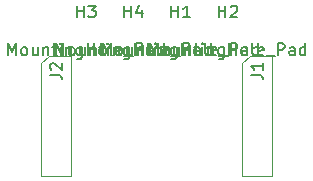
<source format=gbr>
%TF.GenerationSoftware,KiCad,Pcbnew,7.0.2-6a45011f42~172~ubuntu22.04.1*%
%TF.CreationDate,2023-05-29T23:07:21+12:00*%
%TF.ProjectId,THE_BRAWN-20A_POWER,5448455f-4252-4415-974e-2d3230415f50,v2.0*%
%TF.SameCoordinates,Original*%
%TF.FileFunction,AssemblyDrawing,Top*%
%FSLAX46Y46*%
G04 Gerber Fmt 4.6, Leading zero omitted, Abs format (unit mm)*
G04 Created by KiCad (PCBNEW 7.0.2-6a45011f42~172~ubuntu22.04.1) date 2023-05-29 23:07:21*
%MOMM*%
%LPD*%
G01*
G04 APERTURE LIST*
%ADD10C,0.150000*%
%ADD11C,0.100000*%
G04 APERTURE END LIST*
D10*
%TO.C,J2*%
X136462619Y-155833333D02*
X137176904Y-155833333D01*
X137176904Y-155833333D02*
X137319761Y-155880952D01*
X137319761Y-155880952D02*
X137415000Y-155976190D01*
X137415000Y-155976190D02*
X137462619Y-156119047D01*
X137462619Y-156119047D02*
X137462619Y-156214285D01*
X136557857Y-155404761D02*
X136510238Y-155357142D01*
X136510238Y-155357142D02*
X136462619Y-155261904D01*
X136462619Y-155261904D02*
X136462619Y-155023809D01*
X136462619Y-155023809D02*
X136510238Y-154928571D01*
X136510238Y-154928571D02*
X136557857Y-154880952D01*
X136557857Y-154880952D02*
X136653095Y-154833333D01*
X136653095Y-154833333D02*
X136748333Y-154833333D01*
X136748333Y-154833333D02*
X136891190Y-154880952D01*
X136891190Y-154880952D02*
X137462619Y-155452380D01*
X137462619Y-155452380D02*
X137462619Y-154833333D01*
%TO.C,H4*%
X136928571Y-154162619D02*
X136928571Y-153162619D01*
X136928571Y-153162619D02*
X137261904Y-153876904D01*
X137261904Y-153876904D02*
X137595237Y-153162619D01*
X137595237Y-153162619D02*
X137595237Y-154162619D01*
X138214285Y-154162619D02*
X138119047Y-154115000D01*
X138119047Y-154115000D02*
X138071428Y-154067380D01*
X138071428Y-154067380D02*
X138023809Y-153972142D01*
X138023809Y-153972142D02*
X138023809Y-153686428D01*
X138023809Y-153686428D02*
X138071428Y-153591190D01*
X138071428Y-153591190D02*
X138119047Y-153543571D01*
X138119047Y-153543571D02*
X138214285Y-153495952D01*
X138214285Y-153495952D02*
X138357142Y-153495952D01*
X138357142Y-153495952D02*
X138452380Y-153543571D01*
X138452380Y-153543571D02*
X138499999Y-153591190D01*
X138499999Y-153591190D02*
X138547618Y-153686428D01*
X138547618Y-153686428D02*
X138547618Y-153972142D01*
X138547618Y-153972142D02*
X138499999Y-154067380D01*
X138499999Y-154067380D02*
X138452380Y-154115000D01*
X138452380Y-154115000D02*
X138357142Y-154162619D01*
X138357142Y-154162619D02*
X138214285Y-154162619D01*
X139404761Y-153495952D02*
X139404761Y-154162619D01*
X138976190Y-153495952D02*
X138976190Y-154019761D01*
X138976190Y-154019761D02*
X139023809Y-154115000D01*
X139023809Y-154115000D02*
X139119047Y-154162619D01*
X139119047Y-154162619D02*
X139261904Y-154162619D01*
X139261904Y-154162619D02*
X139357142Y-154115000D01*
X139357142Y-154115000D02*
X139404761Y-154067380D01*
X139880952Y-153495952D02*
X139880952Y-154162619D01*
X139880952Y-153591190D02*
X139928571Y-153543571D01*
X139928571Y-153543571D02*
X140023809Y-153495952D01*
X140023809Y-153495952D02*
X140166666Y-153495952D01*
X140166666Y-153495952D02*
X140261904Y-153543571D01*
X140261904Y-153543571D02*
X140309523Y-153638809D01*
X140309523Y-153638809D02*
X140309523Y-154162619D01*
X140642857Y-153495952D02*
X141023809Y-153495952D01*
X140785714Y-153162619D02*
X140785714Y-154019761D01*
X140785714Y-154019761D02*
X140833333Y-154115000D01*
X140833333Y-154115000D02*
X140928571Y-154162619D01*
X140928571Y-154162619D02*
X141023809Y-154162619D01*
X141357143Y-154162619D02*
X141357143Y-153495952D01*
X141357143Y-153162619D02*
X141309524Y-153210238D01*
X141309524Y-153210238D02*
X141357143Y-153257857D01*
X141357143Y-153257857D02*
X141404762Y-153210238D01*
X141404762Y-153210238D02*
X141357143Y-153162619D01*
X141357143Y-153162619D02*
X141357143Y-153257857D01*
X141833333Y-153495952D02*
X141833333Y-154162619D01*
X141833333Y-153591190D02*
X141880952Y-153543571D01*
X141880952Y-153543571D02*
X141976190Y-153495952D01*
X141976190Y-153495952D02*
X142119047Y-153495952D01*
X142119047Y-153495952D02*
X142214285Y-153543571D01*
X142214285Y-153543571D02*
X142261904Y-153638809D01*
X142261904Y-153638809D02*
X142261904Y-154162619D01*
X143166666Y-153495952D02*
X143166666Y-154305476D01*
X143166666Y-154305476D02*
X143119047Y-154400714D01*
X143119047Y-154400714D02*
X143071428Y-154448333D01*
X143071428Y-154448333D02*
X142976190Y-154495952D01*
X142976190Y-154495952D02*
X142833333Y-154495952D01*
X142833333Y-154495952D02*
X142738095Y-154448333D01*
X143166666Y-154115000D02*
X143071428Y-154162619D01*
X143071428Y-154162619D02*
X142880952Y-154162619D01*
X142880952Y-154162619D02*
X142785714Y-154115000D01*
X142785714Y-154115000D02*
X142738095Y-154067380D01*
X142738095Y-154067380D02*
X142690476Y-153972142D01*
X142690476Y-153972142D02*
X142690476Y-153686428D01*
X142690476Y-153686428D02*
X142738095Y-153591190D01*
X142738095Y-153591190D02*
X142785714Y-153543571D01*
X142785714Y-153543571D02*
X142880952Y-153495952D01*
X142880952Y-153495952D02*
X143071428Y-153495952D01*
X143071428Y-153495952D02*
X143166666Y-153543571D01*
X143642857Y-154162619D02*
X143642857Y-153162619D01*
X143642857Y-153638809D02*
X144214285Y-153638809D01*
X144214285Y-154162619D02*
X144214285Y-153162619D01*
X144833333Y-154162619D02*
X144738095Y-154115000D01*
X144738095Y-154115000D02*
X144690476Y-154067380D01*
X144690476Y-154067380D02*
X144642857Y-153972142D01*
X144642857Y-153972142D02*
X144642857Y-153686428D01*
X144642857Y-153686428D02*
X144690476Y-153591190D01*
X144690476Y-153591190D02*
X144738095Y-153543571D01*
X144738095Y-153543571D02*
X144833333Y-153495952D01*
X144833333Y-153495952D02*
X144976190Y-153495952D01*
X144976190Y-153495952D02*
X145071428Y-153543571D01*
X145071428Y-153543571D02*
X145119047Y-153591190D01*
X145119047Y-153591190D02*
X145166666Y-153686428D01*
X145166666Y-153686428D02*
X145166666Y-153972142D01*
X145166666Y-153972142D02*
X145119047Y-154067380D01*
X145119047Y-154067380D02*
X145071428Y-154115000D01*
X145071428Y-154115000D02*
X144976190Y-154162619D01*
X144976190Y-154162619D02*
X144833333Y-154162619D01*
X145738095Y-154162619D02*
X145642857Y-154115000D01*
X145642857Y-154115000D02*
X145595238Y-154019761D01*
X145595238Y-154019761D02*
X145595238Y-153162619D01*
X146500000Y-154115000D02*
X146404762Y-154162619D01*
X146404762Y-154162619D02*
X146214286Y-154162619D01*
X146214286Y-154162619D02*
X146119048Y-154115000D01*
X146119048Y-154115000D02*
X146071429Y-154019761D01*
X146071429Y-154019761D02*
X146071429Y-153638809D01*
X146071429Y-153638809D02*
X146119048Y-153543571D01*
X146119048Y-153543571D02*
X146214286Y-153495952D01*
X146214286Y-153495952D02*
X146404762Y-153495952D01*
X146404762Y-153495952D02*
X146500000Y-153543571D01*
X146500000Y-153543571D02*
X146547619Y-153638809D01*
X146547619Y-153638809D02*
X146547619Y-153734047D01*
X146547619Y-153734047D02*
X146071429Y-153829285D01*
X146738096Y-154257857D02*
X147500000Y-154257857D01*
X147738096Y-154162619D02*
X147738096Y-153162619D01*
X147738096Y-153162619D02*
X148119048Y-153162619D01*
X148119048Y-153162619D02*
X148214286Y-153210238D01*
X148214286Y-153210238D02*
X148261905Y-153257857D01*
X148261905Y-153257857D02*
X148309524Y-153353095D01*
X148309524Y-153353095D02*
X148309524Y-153495952D01*
X148309524Y-153495952D02*
X148261905Y-153591190D01*
X148261905Y-153591190D02*
X148214286Y-153638809D01*
X148214286Y-153638809D02*
X148119048Y-153686428D01*
X148119048Y-153686428D02*
X147738096Y-153686428D01*
X149166667Y-154162619D02*
X149166667Y-153638809D01*
X149166667Y-153638809D02*
X149119048Y-153543571D01*
X149119048Y-153543571D02*
X149023810Y-153495952D01*
X149023810Y-153495952D02*
X148833334Y-153495952D01*
X148833334Y-153495952D02*
X148738096Y-153543571D01*
X149166667Y-154115000D02*
X149071429Y-154162619D01*
X149071429Y-154162619D02*
X148833334Y-154162619D01*
X148833334Y-154162619D02*
X148738096Y-154115000D01*
X148738096Y-154115000D02*
X148690477Y-154019761D01*
X148690477Y-154019761D02*
X148690477Y-153924523D01*
X148690477Y-153924523D02*
X148738096Y-153829285D01*
X148738096Y-153829285D02*
X148833334Y-153781666D01*
X148833334Y-153781666D02*
X149071429Y-153781666D01*
X149071429Y-153781666D02*
X149166667Y-153734047D01*
X150071429Y-154162619D02*
X150071429Y-153162619D01*
X150071429Y-154115000D02*
X149976191Y-154162619D01*
X149976191Y-154162619D02*
X149785715Y-154162619D01*
X149785715Y-154162619D02*
X149690477Y-154115000D01*
X149690477Y-154115000D02*
X149642858Y-154067380D01*
X149642858Y-154067380D02*
X149595239Y-153972142D01*
X149595239Y-153972142D02*
X149595239Y-153686428D01*
X149595239Y-153686428D02*
X149642858Y-153591190D01*
X149642858Y-153591190D02*
X149690477Y-153543571D01*
X149690477Y-153543571D02*
X149785715Y-153495952D01*
X149785715Y-153495952D02*
X149976191Y-153495952D01*
X149976191Y-153495952D02*
X150071429Y-153543571D01*
X142738095Y-150962619D02*
X142738095Y-149962619D01*
X142738095Y-150438809D02*
X143309523Y-150438809D01*
X143309523Y-150962619D02*
X143309523Y-149962619D01*
X144214285Y-150295952D02*
X144214285Y-150962619D01*
X143976190Y-149915000D02*
X143738095Y-150629285D01*
X143738095Y-150629285D02*
X144357142Y-150629285D01*
%TO.C,H3*%
X132928571Y-154162619D02*
X132928571Y-153162619D01*
X132928571Y-153162619D02*
X133261904Y-153876904D01*
X133261904Y-153876904D02*
X133595237Y-153162619D01*
X133595237Y-153162619D02*
X133595237Y-154162619D01*
X134214285Y-154162619D02*
X134119047Y-154115000D01*
X134119047Y-154115000D02*
X134071428Y-154067380D01*
X134071428Y-154067380D02*
X134023809Y-153972142D01*
X134023809Y-153972142D02*
X134023809Y-153686428D01*
X134023809Y-153686428D02*
X134071428Y-153591190D01*
X134071428Y-153591190D02*
X134119047Y-153543571D01*
X134119047Y-153543571D02*
X134214285Y-153495952D01*
X134214285Y-153495952D02*
X134357142Y-153495952D01*
X134357142Y-153495952D02*
X134452380Y-153543571D01*
X134452380Y-153543571D02*
X134499999Y-153591190D01*
X134499999Y-153591190D02*
X134547618Y-153686428D01*
X134547618Y-153686428D02*
X134547618Y-153972142D01*
X134547618Y-153972142D02*
X134499999Y-154067380D01*
X134499999Y-154067380D02*
X134452380Y-154115000D01*
X134452380Y-154115000D02*
X134357142Y-154162619D01*
X134357142Y-154162619D02*
X134214285Y-154162619D01*
X135404761Y-153495952D02*
X135404761Y-154162619D01*
X134976190Y-153495952D02*
X134976190Y-154019761D01*
X134976190Y-154019761D02*
X135023809Y-154115000D01*
X135023809Y-154115000D02*
X135119047Y-154162619D01*
X135119047Y-154162619D02*
X135261904Y-154162619D01*
X135261904Y-154162619D02*
X135357142Y-154115000D01*
X135357142Y-154115000D02*
X135404761Y-154067380D01*
X135880952Y-153495952D02*
X135880952Y-154162619D01*
X135880952Y-153591190D02*
X135928571Y-153543571D01*
X135928571Y-153543571D02*
X136023809Y-153495952D01*
X136023809Y-153495952D02*
X136166666Y-153495952D01*
X136166666Y-153495952D02*
X136261904Y-153543571D01*
X136261904Y-153543571D02*
X136309523Y-153638809D01*
X136309523Y-153638809D02*
X136309523Y-154162619D01*
X136642857Y-153495952D02*
X137023809Y-153495952D01*
X136785714Y-153162619D02*
X136785714Y-154019761D01*
X136785714Y-154019761D02*
X136833333Y-154115000D01*
X136833333Y-154115000D02*
X136928571Y-154162619D01*
X136928571Y-154162619D02*
X137023809Y-154162619D01*
X137357143Y-154162619D02*
X137357143Y-153495952D01*
X137357143Y-153162619D02*
X137309524Y-153210238D01*
X137309524Y-153210238D02*
X137357143Y-153257857D01*
X137357143Y-153257857D02*
X137404762Y-153210238D01*
X137404762Y-153210238D02*
X137357143Y-153162619D01*
X137357143Y-153162619D02*
X137357143Y-153257857D01*
X137833333Y-153495952D02*
X137833333Y-154162619D01*
X137833333Y-153591190D02*
X137880952Y-153543571D01*
X137880952Y-153543571D02*
X137976190Y-153495952D01*
X137976190Y-153495952D02*
X138119047Y-153495952D01*
X138119047Y-153495952D02*
X138214285Y-153543571D01*
X138214285Y-153543571D02*
X138261904Y-153638809D01*
X138261904Y-153638809D02*
X138261904Y-154162619D01*
X139166666Y-153495952D02*
X139166666Y-154305476D01*
X139166666Y-154305476D02*
X139119047Y-154400714D01*
X139119047Y-154400714D02*
X139071428Y-154448333D01*
X139071428Y-154448333D02*
X138976190Y-154495952D01*
X138976190Y-154495952D02*
X138833333Y-154495952D01*
X138833333Y-154495952D02*
X138738095Y-154448333D01*
X139166666Y-154115000D02*
X139071428Y-154162619D01*
X139071428Y-154162619D02*
X138880952Y-154162619D01*
X138880952Y-154162619D02*
X138785714Y-154115000D01*
X138785714Y-154115000D02*
X138738095Y-154067380D01*
X138738095Y-154067380D02*
X138690476Y-153972142D01*
X138690476Y-153972142D02*
X138690476Y-153686428D01*
X138690476Y-153686428D02*
X138738095Y-153591190D01*
X138738095Y-153591190D02*
X138785714Y-153543571D01*
X138785714Y-153543571D02*
X138880952Y-153495952D01*
X138880952Y-153495952D02*
X139071428Y-153495952D01*
X139071428Y-153495952D02*
X139166666Y-153543571D01*
X139642857Y-154162619D02*
X139642857Y-153162619D01*
X139642857Y-153638809D02*
X140214285Y-153638809D01*
X140214285Y-154162619D02*
X140214285Y-153162619D01*
X140833333Y-154162619D02*
X140738095Y-154115000D01*
X140738095Y-154115000D02*
X140690476Y-154067380D01*
X140690476Y-154067380D02*
X140642857Y-153972142D01*
X140642857Y-153972142D02*
X140642857Y-153686428D01*
X140642857Y-153686428D02*
X140690476Y-153591190D01*
X140690476Y-153591190D02*
X140738095Y-153543571D01*
X140738095Y-153543571D02*
X140833333Y-153495952D01*
X140833333Y-153495952D02*
X140976190Y-153495952D01*
X140976190Y-153495952D02*
X141071428Y-153543571D01*
X141071428Y-153543571D02*
X141119047Y-153591190D01*
X141119047Y-153591190D02*
X141166666Y-153686428D01*
X141166666Y-153686428D02*
X141166666Y-153972142D01*
X141166666Y-153972142D02*
X141119047Y-154067380D01*
X141119047Y-154067380D02*
X141071428Y-154115000D01*
X141071428Y-154115000D02*
X140976190Y-154162619D01*
X140976190Y-154162619D02*
X140833333Y-154162619D01*
X141738095Y-154162619D02*
X141642857Y-154115000D01*
X141642857Y-154115000D02*
X141595238Y-154019761D01*
X141595238Y-154019761D02*
X141595238Y-153162619D01*
X142500000Y-154115000D02*
X142404762Y-154162619D01*
X142404762Y-154162619D02*
X142214286Y-154162619D01*
X142214286Y-154162619D02*
X142119048Y-154115000D01*
X142119048Y-154115000D02*
X142071429Y-154019761D01*
X142071429Y-154019761D02*
X142071429Y-153638809D01*
X142071429Y-153638809D02*
X142119048Y-153543571D01*
X142119048Y-153543571D02*
X142214286Y-153495952D01*
X142214286Y-153495952D02*
X142404762Y-153495952D01*
X142404762Y-153495952D02*
X142500000Y-153543571D01*
X142500000Y-153543571D02*
X142547619Y-153638809D01*
X142547619Y-153638809D02*
X142547619Y-153734047D01*
X142547619Y-153734047D02*
X142071429Y-153829285D01*
X142738096Y-154257857D02*
X143500000Y-154257857D01*
X143738096Y-154162619D02*
X143738096Y-153162619D01*
X143738096Y-153162619D02*
X144119048Y-153162619D01*
X144119048Y-153162619D02*
X144214286Y-153210238D01*
X144214286Y-153210238D02*
X144261905Y-153257857D01*
X144261905Y-153257857D02*
X144309524Y-153353095D01*
X144309524Y-153353095D02*
X144309524Y-153495952D01*
X144309524Y-153495952D02*
X144261905Y-153591190D01*
X144261905Y-153591190D02*
X144214286Y-153638809D01*
X144214286Y-153638809D02*
X144119048Y-153686428D01*
X144119048Y-153686428D02*
X143738096Y-153686428D01*
X145166667Y-154162619D02*
X145166667Y-153638809D01*
X145166667Y-153638809D02*
X145119048Y-153543571D01*
X145119048Y-153543571D02*
X145023810Y-153495952D01*
X145023810Y-153495952D02*
X144833334Y-153495952D01*
X144833334Y-153495952D02*
X144738096Y-153543571D01*
X145166667Y-154115000D02*
X145071429Y-154162619D01*
X145071429Y-154162619D02*
X144833334Y-154162619D01*
X144833334Y-154162619D02*
X144738096Y-154115000D01*
X144738096Y-154115000D02*
X144690477Y-154019761D01*
X144690477Y-154019761D02*
X144690477Y-153924523D01*
X144690477Y-153924523D02*
X144738096Y-153829285D01*
X144738096Y-153829285D02*
X144833334Y-153781666D01*
X144833334Y-153781666D02*
X145071429Y-153781666D01*
X145071429Y-153781666D02*
X145166667Y-153734047D01*
X146071429Y-154162619D02*
X146071429Y-153162619D01*
X146071429Y-154115000D02*
X145976191Y-154162619D01*
X145976191Y-154162619D02*
X145785715Y-154162619D01*
X145785715Y-154162619D02*
X145690477Y-154115000D01*
X145690477Y-154115000D02*
X145642858Y-154067380D01*
X145642858Y-154067380D02*
X145595239Y-153972142D01*
X145595239Y-153972142D02*
X145595239Y-153686428D01*
X145595239Y-153686428D02*
X145642858Y-153591190D01*
X145642858Y-153591190D02*
X145690477Y-153543571D01*
X145690477Y-153543571D02*
X145785715Y-153495952D01*
X145785715Y-153495952D02*
X145976191Y-153495952D01*
X145976191Y-153495952D02*
X146071429Y-153543571D01*
X138738095Y-150962619D02*
X138738095Y-149962619D01*
X138738095Y-150438809D02*
X139309523Y-150438809D01*
X139309523Y-150962619D02*
X139309523Y-149962619D01*
X139690476Y-149962619D02*
X140309523Y-149962619D01*
X140309523Y-149962619D02*
X139976190Y-150343571D01*
X139976190Y-150343571D02*
X140119047Y-150343571D01*
X140119047Y-150343571D02*
X140214285Y-150391190D01*
X140214285Y-150391190D02*
X140261904Y-150438809D01*
X140261904Y-150438809D02*
X140309523Y-150534047D01*
X140309523Y-150534047D02*
X140309523Y-150772142D01*
X140309523Y-150772142D02*
X140261904Y-150867380D01*
X140261904Y-150867380D02*
X140214285Y-150915000D01*
X140214285Y-150915000D02*
X140119047Y-150962619D01*
X140119047Y-150962619D02*
X139833333Y-150962619D01*
X139833333Y-150962619D02*
X139738095Y-150915000D01*
X139738095Y-150915000D02*
X139690476Y-150867380D01*
%TO.C,H2*%
X144928571Y-154162619D02*
X144928571Y-153162619D01*
X144928571Y-153162619D02*
X145261904Y-153876904D01*
X145261904Y-153876904D02*
X145595237Y-153162619D01*
X145595237Y-153162619D02*
X145595237Y-154162619D01*
X146214285Y-154162619D02*
X146119047Y-154115000D01*
X146119047Y-154115000D02*
X146071428Y-154067380D01*
X146071428Y-154067380D02*
X146023809Y-153972142D01*
X146023809Y-153972142D02*
X146023809Y-153686428D01*
X146023809Y-153686428D02*
X146071428Y-153591190D01*
X146071428Y-153591190D02*
X146119047Y-153543571D01*
X146119047Y-153543571D02*
X146214285Y-153495952D01*
X146214285Y-153495952D02*
X146357142Y-153495952D01*
X146357142Y-153495952D02*
X146452380Y-153543571D01*
X146452380Y-153543571D02*
X146499999Y-153591190D01*
X146499999Y-153591190D02*
X146547618Y-153686428D01*
X146547618Y-153686428D02*
X146547618Y-153972142D01*
X146547618Y-153972142D02*
X146499999Y-154067380D01*
X146499999Y-154067380D02*
X146452380Y-154115000D01*
X146452380Y-154115000D02*
X146357142Y-154162619D01*
X146357142Y-154162619D02*
X146214285Y-154162619D01*
X147404761Y-153495952D02*
X147404761Y-154162619D01*
X146976190Y-153495952D02*
X146976190Y-154019761D01*
X146976190Y-154019761D02*
X147023809Y-154115000D01*
X147023809Y-154115000D02*
X147119047Y-154162619D01*
X147119047Y-154162619D02*
X147261904Y-154162619D01*
X147261904Y-154162619D02*
X147357142Y-154115000D01*
X147357142Y-154115000D02*
X147404761Y-154067380D01*
X147880952Y-153495952D02*
X147880952Y-154162619D01*
X147880952Y-153591190D02*
X147928571Y-153543571D01*
X147928571Y-153543571D02*
X148023809Y-153495952D01*
X148023809Y-153495952D02*
X148166666Y-153495952D01*
X148166666Y-153495952D02*
X148261904Y-153543571D01*
X148261904Y-153543571D02*
X148309523Y-153638809D01*
X148309523Y-153638809D02*
X148309523Y-154162619D01*
X148642857Y-153495952D02*
X149023809Y-153495952D01*
X148785714Y-153162619D02*
X148785714Y-154019761D01*
X148785714Y-154019761D02*
X148833333Y-154115000D01*
X148833333Y-154115000D02*
X148928571Y-154162619D01*
X148928571Y-154162619D02*
X149023809Y-154162619D01*
X149357143Y-154162619D02*
X149357143Y-153495952D01*
X149357143Y-153162619D02*
X149309524Y-153210238D01*
X149309524Y-153210238D02*
X149357143Y-153257857D01*
X149357143Y-153257857D02*
X149404762Y-153210238D01*
X149404762Y-153210238D02*
X149357143Y-153162619D01*
X149357143Y-153162619D02*
X149357143Y-153257857D01*
X149833333Y-153495952D02*
X149833333Y-154162619D01*
X149833333Y-153591190D02*
X149880952Y-153543571D01*
X149880952Y-153543571D02*
X149976190Y-153495952D01*
X149976190Y-153495952D02*
X150119047Y-153495952D01*
X150119047Y-153495952D02*
X150214285Y-153543571D01*
X150214285Y-153543571D02*
X150261904Y-153638809D01*
X150261904Y-153638809D02*
X150261904Y-154162619D01*
X151166666Y-153495952D02*
X151166666Y-154305476D01*
X151166666Y-154305476D02*
X151119047Y-154400714D01*
X151119047Y-154400714D02*
X151071428Y-154448333D01*
X151071428Y-154448333D02*
X150976190Y-154495952D01*
X150976190Y-154495952D02*
X150833333Y-154495952D01*
X150833333Y-154495952D02*
X150738095Y-154448333D01*
X151166666Y-154115000D02*
X151071428Y-154162619D01*
X151071428Y-154162619D02*
X150880952Y-154162619D01*
X150880952Y-154162619D02*
X150785714Y-154115000D01*
X150785714Y-154115000D02*
X150738095Y-154067380D01*
X150738095Y-154067380D02*
X150690476Y-153972142D01*
X150690476Y-153972142D02*
X150690476Y-153686428D01*
X150690476Y-153686428D02*
X150738095Y-153591190D01*
X150738095Y-153591190D02*
X150785714Y-153543571D01*
X150785714Y-153543571D02*
X150880952Y-153495952D01*
X150880952Y-153495952D02*
X151071428Y-153495952D01*
X151071428Y-153495952D02*
X151166666Y-153543571D01*
X151642857Y-154162619D02*
X151642857Y-153162619D01*
X151642857Y-153638809D02*
X152214285Y-153638809D01*
X152214285Y-154162619D02*
X152214285Y-153162619D01*
X152833333Y-154162619D02*
X152738095Y-154115000D01*
X152738095Y-154115000D02*
X152690476Y-154067380D01*
X152690476Y-154067380D02*
X152642857Y-153972142D01*
X152642857Y-153972142D02*
X152642857Y-153686428D01*
X152642857Y-153686428D02*
X152690476Y-153591190D01*
X152690476Y-153591190D02*
X152738095Y-153543571D01*
X152738095Y-153543571D02*
X152833333Y-153495952D01*
X152833333Y-153495952D02*
X152976190Y-153495952D01*
X152976190Y-153495952D02*
X153071428Y-153543571D01*
X153071428Y-153543571D02*
X153119047Y-153591190D01*
X153119047Y-153591190D02*
X153166666Y-153686428D01*
X153166666Y-153686428D02*
X153166666Y-153972142D01*
X153166666Y-153972142D02*
X153119047Y-154067380D01*
X153119047Y-154067380D02*
X153071428Y-154115000D01*
X153071428Y-154115000D02*
X152976190Y-154162619D01*
X152976190Y-154162619D02*
X152833333Y-154162619D01*
X153738095Y-154162619D02*
X153642857Y-154115000D01*
X153642857Y-154115000D02*
X153595238Y-154019761D01*
X153595238Y-154019761D02*
X153595238Y-153162619D01*
X154500000Y-154115000D02*
X154404762Y-154162619D01*
X154404762Y-154162619D02*
X154214286Y-154162619D01*
X154214286Y-154162619D02*
X154119048Y-154115000D01*
X154119048Y-154115000D02*
X154071429Y-154019761D01*
X154071429Y-154019761D02*
X154071429Y-153638809D01*
X154071429Y-153638809D02*
X154119048Y-153543571D01*
X154119048Y-153543571D02*
X154214286Y-153495952D01*
X154214286Y-153495952D02*
X154404762Y-153495952D01*
X154404762Y-153495952D02*
X154500000Y-153543571D01*
X154500000Y-153543571D02*
X154547619Y-153638809D01*
X154547619Y-153638809D02*
X154547619Y-153734047D01*
X154547619Y-153734047D02*
X154071429Y-153829285D01*
X154738096Y-154257857D02*
X155500000Y-154257857D01*
X155738096Y-154162619D02*
X155738096Y-153162619D01*
X155738096Y-153162619D02*
X156119048Y-153162619D01*
X156119048Y-153162619D02*
X156214286Y-153210238D01*
X156214286Y-153210238D02*
X156261905Y-153257857D01*
X156261905Y-153257857D02*
X156309524Y-153353095D01*
X156309524Y-153353095D02*
X156309524Y-153495952D01*
X156309524Y-153495952D02*
X156261905Y-153591190D01*
X156261905Y-153591190D02*
X156214286Y-153638809D01*
X156214286Y-153638809D02*
X156119048Y-153686428D01*
X156119048Y-153686428D02*
X155738096Y-153686428D01*
X157166667Y-154162619D02*
X157166667Y-153638809D01*
X157166667Y-153638809D02*
X157119048Y-153543571D01*
X157119048Y-153543571D02*
X157023810Y-153495952D01*
X157023810Y-153495952D02*
X156833334Y-153495952D01*
X156833334Y-153495952D02*
X156738096Y-153543571D01*
X157166667Y-154115000D02*
X157071429Y-154162619D01*
X157071429Y-154162619D02*
X156833334Y-154162619D01*
X156833334Y-154162619D02*
X156738096Y-154115000D01*
X156738096Y-154115000D02*
X156690477Y-154019761D01*
X156690477Y-154019761D02*
X156690477Y-153924523D01*
X156690477Y-153924523D02*
X156738096Y-153829285D01*
X156738096Y-153829285D02*
X156833334Y-153781666D01*
X156833334Y-153781666D02*
X157071429Y-153781666D01*
X157071429Y-153781666D02*
X157166667Y-153734047D01*
X158071429Y-154162619D02*
X158071429Y-153162619D01*
X158071429Y-154115000D02*
X157976191Y-154162619D01*
X157976191Y-154162619D02*
X157785715Y-154162619D01*
X157785715Y-154162619D02*
X157690477Y-154115000D01*
X157690477Y-154115000D02*
X157642858Y-154067380D01*
X157642858Y-154067380D02*
X157595239Y-153972142D01*
X157595239Y-153972142D02*
X157595239Y-153686428D01*
X157595239Y-153686428D02*
X157642858Y-153591190D01*
X157642858Y-153591190D02*
X157690477Y-153543571D01*
X157690477Y-153543571D02*
X157785715Y-153495952D01*
X157785715Y-153495952D02*
X157976191Y-153495952D01*
X157976191Y-153495952D02*
X158071429Y-153543571D01*
X150738095Y-150962619D02*
X150738095Y-149962619D01*
X150738095Y-150438809D02*
X151309523Y-150438809D01*
X151309523Y-150962619D02*
X151309523Y-149962619D01*
X151738095Y-150057857D02*
X151785714Y-150010238D01*
X151785714Y-150010238D02*
X151880952Y-149962619D01*
X151880952Y-149962619D02*
X152119047Y-149962619D01*
X152119047Y-149962619D02*
X152214285Y-150010238D01*
X152214285Y-150010238D02*
X152261904Y-150057857D01*
X152261904Y-150057857D02*
X152309523Y-150153095D01*
X152309523Y-150153095D02*
X152309523Y-150248333D01*
X152309523Y-150248333D02*
X152261904Y-150391190D01*
X152261904Y-150391190D02*
X151690476Y-150962619D01*
X151690476Y-150962619D02*
X152309523Y-150962619D01*
%TO.C,J1*%
X153462619Y-155833333D02*
X154176904Y-155833333D01*
X154176904Y-155833333D02*
X154319761Y-155880952D01*
X154319761Y-155880952D02*
X154415000Y-155976190D01*
X154415000Y-155976190D02*
X154462619Y-156119047D01*
X154462619Y-156119047D02*
X154462619Y-156214285D01*
X154462619Y-154833333D02*
X154462619Y-155404761D01*
X154462619Y-155119047D02*
X153462619Y-155119047D01*
X153462619Y-155119047D02*
X153605476Y-155214285D01*
X153605476Y-155214285D02*
X153700714Y-155309523D01*
X153700714Y-155309523D02*
X153748333Y-155404761D01*
%TO.C,H1*%
X140928571Y-154162619D02*
X140928571Y-153162619D01*
X140928571Y-153162619D02*
X141261904Y-153876904D01*
X141261904Y-153876904D02*
X141595237Y-153162619D01*
X141595237Y-153162619D02*
X141595237Y-154162619D01*
X142214285Y-154162619D02*
X142119047Y-154115000D01*
X142119047Y-154115000D02*
X142071428Y-154067380D01*
X142071428Y-154067380D02*
X142023809Y-153972142D01*
X142023809Y-153972142D02*
X142023809Y-153686428D01*
X142023809Y-153686428D02*
X142071428Y-153591190D01*
X142071428Y-153591190D02*
X142119047Y-153543571D01*
X142119047Y-153543571D02*
X142214285Y-153495952D01*
X142214285Y-153495952D02*
X142357142Y-153495952D01*
X142357142Y-153495952D02*
X142452380Y-153543571D01*
X142452380Y-153543571D02*
X142499999Y-153591190D01*
X142499999Y-153591190D02*
X142547618Y-153686428D01*
X142547618Y-153686428D02*
X142547618Y-153972142D01*
X142547618Y-153972142D02*
X142499999Y-154067380D01*
X142499999Y-154067380D02*
X142452380Y-154115000D01*
X142452380Y-154115000D02*
X142357142Y-154162619D01*
X142357142Y-154162619D02*
X142214285Y-154162619D01*
X143404761Y-153495952D02*
X143404761Y-154162619D01*
X142976190Y-153495952D02*
X142976190Y-154019761D01*
X142976190Y-154019761D02*
X143023809Y-154115000D01*
X143023809Y-154115000D02*
X143119047Y-154162619D01*
X143119047Y-154162619D02*
X143261904Y-154162619D01*
X143261904Y-154162619D02*
X143357142Y-154115000D01*
X143357142Y-154115000D02*
X143404761Y-154067380D01*
X143880952Y-153495952D02*
X143880952Y-154162619D01*
X143880952Y-153591190D02*
X143928571Y-153543571D01*
X143928571Y-153543571D02*
X144023809Y-153495952D01*
X144023809Y-153495952D02*
X144166666Y-153495952D01*
X144166666Y-153495952D02*
X144261904Y-153543571D01*
X144261904Y-153543571D02*
X144309523Y-153638809D01*
X144309523Y-153638809D02*
X144309523Y-154162619D01*
X144642857Y-153495952D02*
X145023809Y-153495952D01*
X144785714Y-153162619D02*
X144785714Y-154019761D01*
X144785714Y-154019761D02*
X144833333Y-154115000D01*
X144833333Y-154115000D02*
X144928571Y-154162619D01*
X144928571Y-154162619D02*
X145023809Y-154162619D01*
X145357143Y-154162619D02*
X145357143Y-153495952D01*
X145357143Y-153162619D02*
X145309524Y-153210238D01*
X145309524Y-153210238D02*
X145357143Y-153257857D01*
X145357143Y-153257857D02*
X145404762Y-153210238D01*
X145404762Y-153210238D02*
X145357143Y-153162619D01*
X145357143Y-153162619D02*
X145357143Y-153257857D01*
X145833333Y-153495952D02*
X145833333Y-154162619D01*
X145833333Y-153591190D02*
X145880952Y-153543571D01*
X145880952Y-153543571D02*
X145976190Y-153495952D01*
X145976190Y-153495952D02*
X146119047Y-153495952D01*
X146119047Y-153495952D02*
X146214285Y-153543571D01*
X146214285Y-153543571D02*
X146261904Y-153638809D01*
X146261904Y-153638809D02*
X146261904Y-154162619D01*
X147166666Y-153495952D02*
X147166666Y-154305476D01*
X147166666Y-154305476D02*
X147119047Y-154400714D01*
X147119047Y-154400714D02*
X147071428Y-154448333D01*
X147071428Y-154448333D02*
X146976190Y-154495952D01*
X146976190Y-154495952D02*
X146833333Y-154495952D01*
X146833333Y-154495952D02*
X146738095Y-154448333D01*
X147166666Y-154115000D02*
X147071428Y-154162619D01*
X147071428Y-154162619D02*
X146880952Y-154162619D01*
X146880952Y-154162619D02*
X146785714Y-154115000D01*
X146785714Y-154115000D02*
X146738095Y-154067380D01*
X146738095Y-154067380D02*
X146690476Y-153972142D01*
X146690476Y-153972142D02*
X146690476Y-153686428D01*
X146690476Y-153686428D02*
X146738095Y-153591190D01*
X146738095Y-153591190D02*
X146785714Y-153543571D01*
X146785714Y-153543571D02*
X146880952Y-153495952D01*
X146880952Y-153495952D02*
X147071428Y-153495952D01*
X147071428Y-153495952D02*
X147166666Y-153543571D01*
X147642857Y-154162619D02*
X147642857Y-153162619D01*
X147642857Y-153638809D02*
X148214285Y-153638809D01*
X148214285Y-154162619D02*
X148214285Y-153162619D01*
X148833333Y-154162619D02*
X148738095Y-154115000D01*
X148738095Y-154115000D02*
X148690476Y-154067380D01*
X148690476Y-154067380D02*
X148642857Y-153972142D01*
X148642857Y-153972142D02*
X148642857Y-153686428D01*
X148642857Y-153686428D02*
X148690476Y-153591190D01*
X148690476Y-153591190D02*
X148738095Y-153543571D01*
X148738095Y-153543571D02*
X148833333Y-153495952D01*
X148833333Y-153495952D02*
X148976190Y-153495952D01*
X148976190Y-153495952D02*
X149071428Y-153543571D01*
X149071428Y-153543571D02*
X149119047Y-153591190D01*
X149119047Y-153591190D02*
X149166666Y-153686428D01*
X149166666Y-153686428D02*
X149166666Y-153972142D01*
X149166666Y-153972142D02*
X149119047Y-154067380D01*
X149119047Y-154067380D02*
X149071428Y-154115000D01*
X149071428Y-154115000D02*
X148976190Y-154162619D01*
X148976190Y-154162619D02*
X148833333Y-154162619D01*
X149738095Y-154162619D02*
X149642857Y-154115000D01*
X149642857Y-154115000D02*
X149595238Y-154019761D01*
X149595238Y-154019761D02*
X149595238Y-153162619D01*
X150500000Y-154115000D02*
X150404762Y-154162619D01*
X150404762Y-154162619D02*
X150214286Y-154162619D01*
X150214286Y-154162619D02*
X150119048Y-154115000D01*
X150119048Y-154115000D02*
X150071429Y-154019761D01*
X150071429Y-154019761D02*
X150071429Y-153638809D01*
X150071429Y-153638809D02*
X150119048Y-153543571D01*
X150119048Y-153543571D02*
X150214286Y-153495952D01*
X150214286Y-153495952D02*
X150404762Y-153495952D01*
X150404762Y-153495952D02*
X150500000Y-153543571D01*
X150500000Y-153543571D02*
X150547619Y-153638809D01*
X150547619Y-153638809D02*
X150547619Y-153734047D01*
X150547619Y-153734047D02*
X150071429Y-153829285D01*
X150738096Y-154257857D02*
X151500000Y-154257857D01*
X151738096Y-154162619D02*
X151738096Y-153162619D01*
X151738096Y-153162619D02*
X152119048Y-153162619D01*
X152119048Y-153162619D02*
X152214286Y-153210238D01*
X152214286Y-153210238D02*
X152261905Y-153257857D01*
X152261905Y-153257857D02*
X152309524Y-153353095D01*
X152309524Y-153353095D02*
X152309524Y-153495952D01*
X152309524Y-153495952D02*
X152261905Y-153591190D01*
X152261905Y-153591190D02*
X152214286Y-153638809D01*
X152214286Y-153638809D02*
X152119048Y-153686428D01*
X152119048Y-153686428D02*
X151738096Y-153686428D01*
X153166667Y-154162619D02*
X153166667Y-153638809D01*
X153166667Y-153638809D02*
X153119048Y-153543571D01*
X153119048Y-153543571D02*
X153023810Y-153495952D01*
X153023810Y-153495952D02*
X152833334Y-153495952D01*
X152833334Y-153495952D02*
X152738096Y-153543571D01*
X153166667Y-154115000D02*
X153071429Y-154162619D01*
X153071429Y-154162619D02*
X152833334Y-154162619D01*
X152833334Y-154162619D02*
X152738096Y-154115000D01*
X152738096Y-154115000D02*
X152690477Y-154019761D01*
X152690477Y-154019761D02*
X152690477Y-153924523D01*
X152690477Y-153924523D02*
X152738096Y-153829285D01*
X152738096Y-153829285D02*
X152833334Y-153781666D01*
X152833334Y-153781666D02*
X153071429Y-153781666D01*
X153071429Y-153781666D02*
X153166667Y-153734047D01*
X154071429Y-154162619D02*
X154071429Y-153162619D01*
X154071429Y-154115000D02*
X153976191Y-154162619D01*
X153976191Y-154162619D02*
X153785715Y-154162619D01*
X153785715Y-154162619D02*
X153690477Y-154115000D01*
X153690477Y-154115000D02*
X153642858Y-154067380D01*
X153642858Y-154067380D02*
X153595239Y-153972142D01*
X153595239Y-153972142D02*
X153595239Y-153686428D01*
X153595239Y-153686428D02*
X153642858Y-153591190D01*
X153642858Y-153591190D02*
X153690477Y-153543571D01*
X153690477Y-153543571D02*
X153785715Y-153495952D01*
X153785715Y-153495952D02*
X153976191Y-153495952D01*
X153976191Y-153495952D02*
X154071429Y-153543571D01*
X146738095Y-150962619D02*
X146738095Y-149962619D01*
X146738095Y-150438809D02*
X147309523Y-150438809D01*
X147309523Y-150962619D02*
X147309523Y-149962619D01*
X148309523Y-150962619D02*
X147738095Y-150962619D01*
X148023809Y-150962619D02*
X148023809Y-149962619D01*
X148023809Y-149962619D02*
X147928571Y-150105476D01*
X147928571Y-150105476D02*
X147833333Y-150200714D01*
X147833333Y-150200714D02*
X147738095Y-150248333D01*
D11*
%TO.C,J2*%
X135730000Y-154865000D02*
X136365000Y-154230000D01*
X135730000Y-164400000D02*
X135730000Y-154865000D01*
X136365000Y-154230000D02*
X138270000Y-154230000D01*
X138270000Y-154230000D02*
X138270000Y-164400000D01*
X138270000Y-164400000D02*
X135730000Y-164400000D01*
%TO.C,J1*%
X152730000Y-154865000D02*
X153365000Y-154230000D01*
X152730000Y-164400000D02*
X152730000Y-154865000D01*
X153365000Y-154230000D02*
X155270000Y-154230000D01*
X155270000Y-154230000D02*
X155270000Y-164400000D01*
X155270000Y-164400000D02*
X152730000Y-164400000D01*
%TD*%
M02*

</source>
